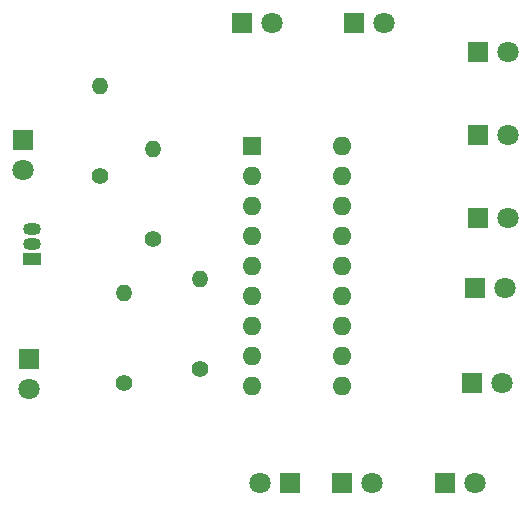
<source format=gbr>
%TF.GenerationSoftware,KiCad,Pcbnew,8.0.1*%
%TF.CreationDate,2024-04-03T23:12:43-04:00*%
%TF.ProjectId,recyclobot,72656379-636c-46f6-926f-742e6b696361,rev?*%
%TF.SameCoordinates,Original*%
%TF.FileFunction,Soldermask,Top*%
%TF.FilePolarity,Negative*%
%FSLAX46Y46*%
G04 Gerber Fmt 4.6, Leading zero omitted, Abs format (unit mm)*
G04 Created by KiCad (PCBNEW 8.0.1) date 2024-04-03 23:12:43*
%MOMM*%
%LPD*%
G01*
G04 APERTURE LIST*
%ADD10R,1.800000X1.800000*%
%ADD11C,1.800000*%
%ADD12R,1.500000X1.050000*%
%ADD13O,1.500000X1.050000*%
%ADD14C,1.400000*%
%ADD15O,1.400000X1.400000*%
%ADD16R,1.600000X1.600000*%
%ADD17O,1.600000X1.600000*%
G04 APERTURE END LIST*
D10*
%TO.C,D6*%
X146960000Y-100000000D03*
D11*
X149500000Y-100000000D03*
%TD*%
D10*
%TO.C,D1*%
X108500000Y-93460000D03*
D11*
X108500000Y-96000000D03*
%TD*%
D10*
%TO.C,Q1*%
X109000000Y-111950000D03*
D11*
X109000000Y-114490000D03*
%TD*%
D10*
%TO.C,D7*%
X146725000Y-106000000D03*
D11*
X149265000Y-106000000D03*
%TD*%
D10*
%TO.C,D3*%
X136460000Y-83500000D03*
D11*
X139000000Y-83500000D03*
%TD*%
D10*
%TO.C,D4*%
X146960000Y-86000000D03*
D11*
X149500000Y-86000000D03*
%TD*%
D10*
%TO.C,D2*%
X127000000Y-83500000D03*
D11*
X129540000Y-83500000D03*
%TD*%
D12*
%TO.C,Q3*%
X109220000Y-103500000D03*
D13*
X109220000Y-102230000D03*
X109220000Y-100960000D03*
%TD*%
D14*
%TO.C,R4*%
X117005000Y-114045000D03*
D15*
X117005000Y-106425000D03*
%TD*%
D10*
%TO.C,D9*%
X144225000Y-122500000D03*
D11*
X146765000Y-122500000D03*
%TD*%
D10*
%TO.C,D10*%
X135460000Y-122500000D03*
D11*
X138000000Y-122500000D03*
%TD*%
D10*
%TO.C,D11*%
X131050000Y-122500000D03*
D11*
X128510000Y-122500000D03*
%TD*%
D10*
%TO.C,D8*%
X146460000Y-114000000D03*
D11*
X149000000Y-114000000D03*
%TD*%
D16*
%TO.C,U1*%
X127880000Y-93960000D03*
D17*
X127880000Y-96500000D03*
X127880000Y-99040000D03*
X127880000Y-101580000D03*
X127880000Y-104120000D03*
X127880000Y-106660000D03*
X127880000Y-109200000D03*
X127880000Y-111740000D03*
X127880000Y-114280000D03*
X135500000Y-114280000D03*
X135500000Y-111740000D03*
X135500000Y-109200000D03*
X135500000Y-106660000D03*
X135500000Y-104120000D03*
X135500000Y-101580000D03*
X135500000Y-99040000D03*
X135500000Y-96500000D03*
X135500000Y-93960000D03*
%TD*%
D14*
%TO.C,R5*%
X119500000Y-101810000D03*
D15*
X119500000Y-94190000D03*
%TD*%
D14*
%TO.C,R3*%
X115000000Y-96500000D03*
D15*
X115000000Y-88880000D03*
%TD*%
D14*
%TO.C,R1*%
X123500000Y-112810000D03*
D15*
X123500000Y-105190000D03*
%TD*%
D10*
%TO.C,D5*%
X146960000Y-93000000D03*
D11*
X149500000Y-93000000D03*
%TD*%
M02*

</source>
